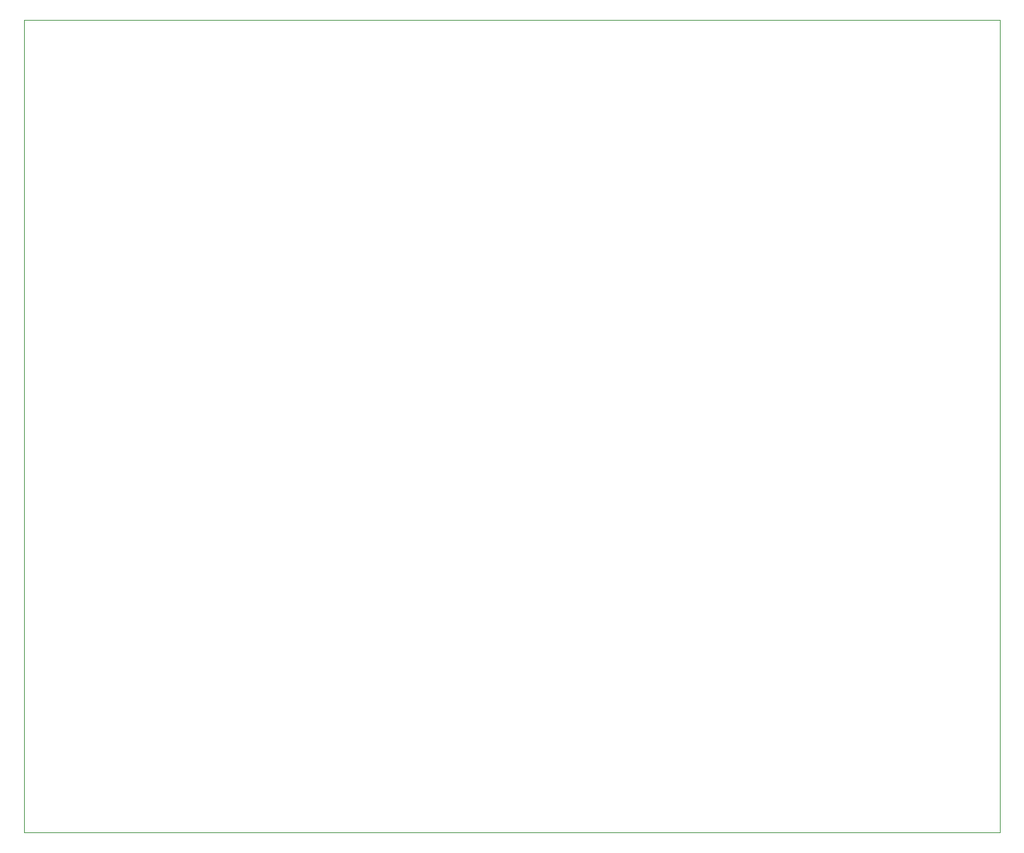
<source format=gm1>
G04 --- HEADER BEGIN --- *
%TF.GenerationSoftware,LibrePCB,LibrePCB,0.1.3*%
%TF.CreationDate,2020-03-08T21:05:15*%
%TF.ProjectId,Hydro Battery Charger - default,71762d7e-e7f1-403c-8020-db9670c01e9b,v3*%
%TF.Part,Single*%
%FSLAX66Y66*%
%MOMM*%
G01*
G74*
G04 --- HEADER END --- *
G04 --- APERTURE LIST BEGIN --- *
%ADD10C,0.001*%
G04 --- APERTURE LIST END --- *
G04 --- BOARD BEGIN --- *
D10*
X0Y0D02*
X120000000Y0D01*
X120000000Y100000000D01*
X0Y100000000D01*
X0Y0D01*
G04 --- BOARD END --- *
%TF.MD5,ff9902f88cb6707be63bc32d179b0ba4*%
M02*

</source>
